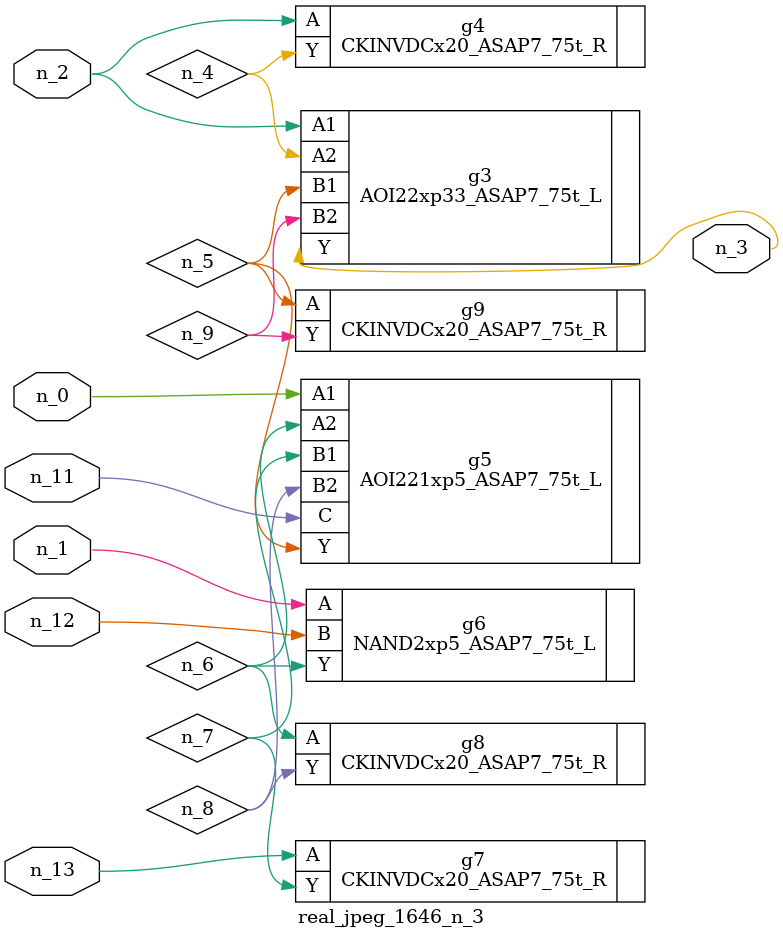
<source format=v>
module real_jpeg_1646_n_3 (n_12, n_0, n_1, n_11, n_2, n_13, n_3);

input n_12;
input n_0;
input n_1;
input n_11;
input n_2;
input n_13;

output n_3;

wire n_8;
wire n_4;
wire n_5;
wire n_6;
wire n_7;
wire n_9;

AOI221xp5_ASAP7_75t_L g5 ( 
.A1(n_0),
.A2(n_6),
.B1(n_7),
.B2(n_8),
.C(n_11),
.Y(n_5)
);

NAND2xp5_ASAP7_75t_L g6 ( 
.A(n_1),
.B(n_12),
.Y(n_6)
);

AOI22xp33_ASAP7_75t_L g3 ( 
.A1(n_2),
.A2(n_4),
.B1(n_5),
.B2(n_9),
.Y(n_3)
);

CKINVDCx20_ASAP7_75t_R g4 ( 
.A(n_2),
.Y(n_4)
);

CKINVDCx20_ASAP7_75t_R g9 ( 
.A(n_5),
.Y(n_9)
);

CKINVDCx20_ASAP7_75t_R g8 ( 
.A(n_6),
.Y(n_8)
);

CKINVDCx20_ASAP7_75t_R g7 ( 
.A(n_13),
.Y(n_7)
);


endmodule
</source>
